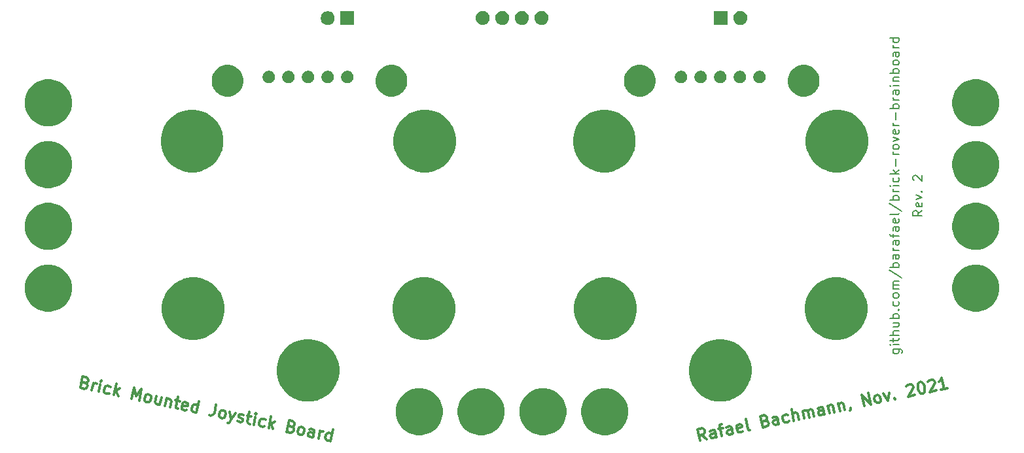
<source format=gts>
G04 #@! TF.GenerationSoftware,KiCad,Pcbnew,5.1.5+dfsg1-2build2*
G04 #@! TF.CreationDate,2021-11-16T19:17:29+01:00*
G04 #@! TF.ProjectId,joystick-board,6a6f7973-7469-4636-9b2d-626f6172642e,rev?*
G04 #@! TF.SameCoordinates,Original*
G04 #@! TF.FileFunction,Soldermask,Top*
G04 #@! TF.FilePolarity,Negative*
%FSLAX46Y46*%
G04 Gerber Fmt 4.6, Leading zero omitted, Abs format (unit mm)*
G04 Created by KiCad (PCBNEW 5.1.5+dfsg1-2build2) date 2021-11-16 19:17:29*
%MOMM*%
%LPD*%
G04 APERTURE LIST*
%ADD10C,0.300000*%
%ADD11C,0.200000*%
%ADD12C,0.100000*%
G04 APERTURE END LIST*
D10*
X153162728Y-120591948D02*
X152525146Y-119997227D01*
X152324316Y-120770158D02*
X152012449Y-119302937D01*
X152571390Y-119184130D01*
X152725976Y-119224296D01*
X152810695Y-119279313D01*
X152910264Y-119404198D01*
X152954817Y-119613801D01*
X152914651Y-119768387D01*
X152859634Y-119853105D01*
X152734749Y-119952675D01*
X152175808Y-120071481D01*
X154420347Y-120324633D02*
X154256988Y-119556089D01*
X154157418Y-119431204D01*
X154002832Y-119391038D01*
X153723361Y-119450442D01*
X153598477Y-119550011D01*
X154405496Y-120254766D02*
X154280611Y-120354335D01*
X153931273Y-120428589D01*
X153776687Y-120388423D01*
X153677117Y-120263539D01*
X153647416Y-120123803D01*
X153687582Y-119969217D01*
X153812466Y-119869648D01*
X154161805Y-119795393D01*
X154286689Y-119695824D01*
X154701509Y-119242530D02*
X155260450Y-119123723D01*
X155119024Y-120176125D02*
X154851709Y-118918507D01*
X154891875Y-118763920D01*
X155016759Y-118664351D01*
X155156495Y-118634649D01*
X156586245Y-119864257D02*
X156422886Y-119095713D01*
X156323317Y-118970828D01*
X156168730Y-118930662D01*
X155889260Y-118990066D01*
X155764375Y-119089635D01*
X156571394Y-119794390D02*
X156446510Y-119893959D01*
X156097171Y-119968213D01*
X155942585Y-119928047D01*
X155843016Y-119803163D01*
X155813314Y-119663427D01*
X155853480Y-119508841D01*
X155978365Y-119409272D01*
X156327703Y-119335018D01*
X156452588Y-119235448D01*
X157829013Y-119527075D02*
X157704128Y-119626644D01*
X157424657Y-119686047D01*
X157270071Y-119645881D01*
X157170502Y-119520997D01*
X157051695Y-118962055D01*
X157091861Y-118807469D01*
X157216746Y-118707900D01*
X157496216Y-118648496D01*
X157650803Y-118688662D01*
X157750372Y-118813547D01*
X157780074Y-118953282D01*
X157111098Y-119241526D01*
X158752143Y-119403882D02*
X158597557Y-119363715D01*
X158497988Y-119238831D01*
X158230673Y-117981213D01*
X160754682Y-118174961D02*
X160979136Y-118200276D01*
X161063855Y-118255293D01*
X161163424Y-118380178D01*
X161207977Y-118589781D01*
X161167811Y-118744367D01*
X161112794Y-118829085D01*
X160987909Y-118928655D01*
X160428968Y-119047461D01*
X160117100Y-117580240D01*
X160606174Y-117476284D01*
X160760760Y-117516450D01*
X160845479Y-117571467D01*
X160945048Y-117696352D01*
X160974750Y-117836087D01*
X160934584Y-117990673D01*
X160879567Y-118075392D01*
X160754682Y-118174961D01*
X160265609Y-118278917D01*
X162524998Y-118601936D02*
X162361639Y-117833392D01*
X162262070Y-117708507D01*
X162107484Y-117668341D01*
X161828013Y-117727745D01*
X161703128Y-117827314D01*
X162510148Y-118532069D02*
X162385263Y-118631638D01*
X162035925Y-118705892D01*
X161881338Y-118665726D01*
X161781769Y-118540842D01*
X161752067Y-118401106D01*
X161792233Y-118246520D01*
X161917118Y-118146951D01*
X162266456Y-118072697D01*
X162391341Y-117973127D01*
X163837634Y-118249903D02*
X163712749Y-118349472D01*
X163433278Y-118408876D01*
X163278692Y-118368710D01*
X163193974Y-118313693D01*
X163094404Y-118188808D01*
X163005299Y-117769602D01*
X163045465Y-117615016D01*
X163100482Y-117530297D01*
X163225367Y-117430728D01*
X163504837Y-117371325D01*
X163659424Y-117411491D01*
X164481294Y-118186113D02*
X164169426Y-116718892D01*
X165110103Y-118052456D02*
X164946744Y-117283911D01*
X164847174Y-117159026D01*
X164692588Y-117118860D01*
X164482985Y-117163413D01*
X164358100Y-117262982D01*
X164303084Y-117347701D01*
X165808780Y-117903947D02*
X165600868Y-116925800D01*
X165630570Y-117065535D02*
X165685586Y-116980816D01*
X165810471Y-116881247D01*
X166020074Y-116836695D01*
X166174660Y-116876861D01*
X166274230Y-117001745D01*
X166437589Y-117770290D01*
X166274230Y-117001745D02*
X166314396Y-116847159D01*
X166439280Y-116747590D01*
X166648883Y-116703037D01*
X166803469Y-116743203D01*
X166903039Y-116868088D01*
X167066398Y-117636632D01*
X168393884Y-117354466D02*
X168230525Y-116585922D01*
X168130955Y-116461037D01*
X167976369Y-116420871D01*
X167696898Y-116480275D01*
X167572014Y-116579844D01*
X168379033Y-117284599D02*
X168254149Y-117384168D01*
X167904810Y-117458422D01*
X167750224Y-117418256D01*
X167650655Y-117293372D01*
X167620953Y-117153636D01*
X167661119Y-116999050D01*
X167786003Y-116899481D01*
X168135342Y-116825226D01*
X168260226Y-116725657D01*
X168884649Y-116227810D02*
X169092561Y-117205958D01*
X168914351Y-116367546D02*
X168969368Y-116282827D01*
X169094252Y-116183258D01*
X169303855Y-116138705D01*
X169458441Y-116178871D01*
X169558011Y-116303756D01*
X169721370Y-117072300D01*
X170212135Y-115945644D02*
X170420047Y-116923792D01*
X170241837Y-116085380D02*
X170296854Y-116000661D01*
X170421738Y-115901092D01*
X170631341Y-115856539D01*
X170785927Y-115896705D01*
X170885497Y-116021590D01*
X171048856Y-116790135D01*
X171802550Y-116556908D02*
X171817401Y-116626775D01*
X171777235Y-116781362D01*
X171722218Y-116866080D01*
X173564093Y-116255504D02*
X173252225Y-114788283D01*
X174402505Y-116077294D01*
X174090637Y-114610073D01*
X175310785Y-115884234D02*
X175156199Y-115844068D01*
X175071480Y-115789051D01*
X174971911Y-115664166D01*
X174882806Y-115244960D01*
X174922972Y-115090374D01*
X174977989Y-115005655D01*
X175102873Y-114906086D01*
X175312476Y-114861533D01*
X175467062Y-114901700D01*
X175551781Y-114956716D01*
X175651350Y-115081601D01*
X175740455Y-115500807D01*
X175700289Y-115655393D01*
X175645272Y-115740112D01*
X175520388Y-115839681D01*
X175310785Y-115884234D01*
X176081021Y-114698174D02*
X176638271Y-115602068D01*
X176779698Y-114549666D01*
X177516849Y-115269271D02*
X177601568Y-115324288D01*
X177546551Y-115409007D01*
X177461832Y-115353990D01*
X177516849Y-115269271D01*
X177546551Y-115409007D01*
X179011077Y-113710250D02*
X179066094Y-113625531D01*
X179190978Y-113525962D01*
X179540317Y-113451708D01*
X179694903Y-113491874D01*
X179779622Y-113546891D01*
X179879191Y-113671775D01*
X179908893Y-113811511D01*
X179883577Y-114035965D01*
X179223375Y-115052587D01*
X180131655Y-114859526D01*
X180728068Y-113199244D02*
X180867803Y-113169542D01*
X181022389Y-113209708D01*
X181107108Y-113264725D01*
X181206677Y-113389609D01*
X181335948Y-113654229D01*
X181410202Y-114003568D01*
X181399738Y-114297889D01*
X181359572Y-114452476D01*
X181304555Y-114537194D01*
X181179670Y-114636763D01*
X181039935Y-114666465D01*
X180885349Y-114626299D01*
X180800630Y-114571282D01*
X180701061Y-114446398D01*
X180571790Y-114181778D01*
X180497536Y-113832439D01*
X180508000Y-113538118D01*
X180548166Y-113383532D01*
X180603183Y-113298813D01*
X180728068Y-113199244D01*
X181805785Y-113116217D02*
X181860801Y-113031498D01*
X181985686Y-112931929D01*
X182335024Y-112857675D01*
X182489611Y-112897841D01*
X182574329Y-112952857D01*
X182673898Y-113077742D01*
X182703600Y-113217477D01*
X182678285Y-113441931D01*
X182018083Y-114458553D01*
X182926363Y-114265493D01*
X184323716Y-113968476D02*
X183485304Y-114146686D01*
X183904510Y-114057581D02*
X183592643Y-112590359D01*
X183497460Y-112829664D01*
X183387426Y-112999101D01*
X183262542Y-113098671D01*
D11*
X181073357Y-90941285D02*
X180501928Y-91341285D01*
X181073357Y-91627000D02*
X179873357Y-91627000D01*
X179873357Y-91169857D01*
X179930500Y-91055571D01*
X179987642Y-90998428D01*
X180101928Y-90941285D01*
X180273357Y-90941285D01*
X180387642Y-90998428D01*
X180444785Y-91055571D01*
X180501928Y-91169857D01*
X180501928Y-91627000D01*
X181016214Y-89969857D02*
X181073357Y-90084142D01*
X181073357Y-90312714D01*
X181016214Y-90427000D01*
X180901928Y-90484142D01*
X180444785Y-90484142D01*
X180330500Y-90427000D01*
X180273357Y-90312714D01*
X180273357Y-90084142D01*
X180330500Y-89969857D01*
X180444785Y-89912714D01*
X180559071Y-89912714D01*
X180673357Y-90484142D01*
X180273357Y-89512714D02*
X181073357Y-89227000D01*
X180273357Y-88941285D01*
X180959071Y-88484142D02*
X181016214Y-88427000D01*
X181073357Y-88484142D01*
X181016214Y-88541285D01*
X180959071Y-88484142D01*
X181073357Y-88484142D01*
X179987642Y-87055571D02*
X179930500Y-86998428D01*
X179873357Y-86884142D01*
X179873357Y-86598428D01*
X179930500Y-86484142D01*
X179987642Y-86427000D01*
X180101928Y-86369857D01*
X180216214Y-86369857D01*
X180387642Y-86427000D01*
X181073357Y-87112714D01*
X181073357Y-86369857D01*
X177288857Y-108912714D02*
X178260285Y-108912714D01*
X178374571Y-108969857D01*
X178431714Y-109027000D01*
X178488857Y-109141285D01*
X178488857Y-109312714D01*
X178431714Y-109427000D01*
X178031714Y-108912714D02*
X178088857Y-109027000D01*
X178088857Y-109255571D01*
X178031714Y-109369857D01*
X177974571Y-109427000D01*
X177860285Y-109484142D01*
X177517428Y-109484142D01*
X177403142Y-109427000D01*
X177346000Y-109369857D01*
X177288857Y-109255571D01*
X177288857Y-109027000D01*
X177346000Y-108912714D01*
X178088857Y-108341285D02*
X177288857Y-108341285D01*
X176888857Y-108341285D02*
X176946000Y-108398428D01*
X177003142Y-108341285D01*
X176946000Y-108284142D01*
X176888857Y-108341285D01*
X177003142Y-108341285D01*
X177288857Y-107941285D02*
X177288857Y-107484142D01*
X176888857Y-107769857D02*
X177917428Y-107769857D01*
X178031714Y-107712714D01*
X178088857Y-107598428D01*
X178088857Y-107484142D01*
X178088857Y-107084142D02*
X176888857Y-107084142D01*
X178088857Y-106569857D02*
X177460285Y-106569857D01*
X177346000Y-106627000D01*
X177288857Y-106741285D01*
X177288857Y-106912714D01*
X177346000Y-107027000D01*
X177403142Y-107084142D01*
X177288857Y-105484142D02*
X178088857Y-105484142D01*
X177288857Y-105998428D02*
X177917428Y-105998428D01*
X178031714Y-105941285D01*
X178088857Y-105827000D01*
X178088857Y-105655571D01*
X178031714Y-105541285D01*
X177974571Y-105484142D01*
X178088857Y-104912714D02*
X176888857Y-104912714D01*
X177346000Y-104912714D02*
X177288857Y-104798428D01*
X177288857Y-104569857D01*
X177346000Y-104455571D01*
X177403142Y-104398428D01*
X177517428Y-104341285D01*
X177860285Y-104341285D01*
X177974571Y-104398428D01*
X178031714Y-104455571D01*
X178088857Y-104569857D01*
X178088857Y-104798428D01*
X178031714Y-104912714D01*
X177974571Y-103827000D02*
X178031714Y-103769857D01*
X178088857Y-103827000D01*
X178031714Y-103884142D01*
X177974571Y-103827000D01*
X178088857Y-103827000D01*
X178031714Y-102741285D02*
X178088857Y-102855571D01*
X178088857Y-103084142D01*
X178031714Y-103198428D01*
X177974571Y-103255571D01*
X177860285Y-103312714D01*
X177517428Y-103312714D01*
X177403142Y-103255571D01*
X177346000Y-103198428D01*
X177288857Y-103084142D01*
X177288857Y-102855571D01*
X177346000Y-102741285D01*
X178088857Y-102055571D02*
X178031714Y-102169857D01*
X177974571Y-102227000D01*
X177860285Y-102284142D01*
X177517428Y-102284142D01*
X177403142Y-102227000D01*
X177346000Y-102169857D01*
X177288857Y-102055571D01*
X177288857Y-101884142D01*
X177346000Y-101769857D01*
X177403142Y-101712714D01*
X177517428Y-101655571D01*
X177860285Y-101655571D01*
X177974571Y-101712714D01*
X178031714Y-101769857D01*
X178088857Y-101884142D01*
X178088857Y-102055571D01*
X178088857Y-101141285D02*
X177288857Y-101141285D01*
X177403142Y-101141285D02*
X177346000Y-101084142D01*
X177288857Y-100969857D01*
X177288857Y-100798428D01*
X177346000Y-100684142D01*
X177460285Y-100627000D01*
X178088857Y-100627000D01*
X177460285Y-100627000D02*
X177346000Y-100569857D01*
X177288857Y-100455571D01*
X177288857Y-100284142D01*
X177346000Y-100169857D01*
X177460285Y-100112714D01*
X178088857Y-100112714D01*
X176831714Y-98684142D02*
X178374571Y-99712714D01*
X178088857Y-98284142D02*
X176888857Y-98284142D01*
X177346000Y-98284142D02*
X177288857Y-98169857D01*
X177288857Y-97941285D01*
X177346000Y-97827000D01*
X177403142Y-97769857D01*
X177517428Y-97712714D01*
X177860285Y-97712714D01*
X177974571Y-97769857D01*
X178031714Y-97827000D01*
X178088857Y-97941285D01*
X178088857Y-98169857D01*
X178031714Y-98284142D01*
X178088857Y-96684142D02*
X177460285Y-96684142D01*
X177346000Y-96741285D01*
X177288857Y-96855571D01*
X177288857Y-97084142D01*
X177346000Y-97198428D01*
X178031714Y-96684142D02*
X178088857Y-96798428D01*
X178088857Y-97084142D01*
X178031714Y-97198428D01*
X177917428Y-97255571D01*
X177803142Y-97255571D01*
X177688857Y-97198428D01*
X177631714Y-97084142D01*
X177631714Y-96798428D01*
X177574571Y-96684142D01*
X178088857Y-96112714D02*
X177288857Y-96112714D01*
X177517428Y-96112714D02*
X177403142Y-96055571D01*
X177346000Y-95998428D01*
X177288857Y-95884142D01*
X177288857Y-95769857D01*
X178088857Y-94855571D02*
X177460285Y-94855571D01*
X177346000Y-94912714D01*
X177288857Y-95027000D01*
X177288857Y-95255571D01*
X177346000Y-95369857D01*
X178031714Y-94855571D02*
X178088857Y-94969857D01*
X178088857Y-95255571D01*
X178031714Y-95369857D01*
X177917428Y-95427000D01*
X177803142Y-95427000D01*
X177688857Y-95369857D01*
X177631714Y-95255571D01*
X177631714Y-94969857D01*
X177574571Y-94855571D01*
X177288857Y-94455571D02*
X177288857Y-93998428D01*
X178088857Y-94284142D02*
X177060285Y-94284142D01*
X176946000Y-94227000D01*
X176888857Y-94112714D01*
X176888857Y-93998428D01*
X178088857Y-93084142D02*
X177460285Y-93084142D01*
X177346000Y-93141285D01*
X177288857Y-93255571D01*
X177288857Y-93484142D01*
X177346000Y-93598428D01*
X178031714Y-93084142D02*
X178088857Y-93198428D01*
X178088857Y-93484142D01*
X178031714Y-93598428D01*
X177917428Y-93655571D01*
X177803142Y-93655571D01*
X177688857Y-93598428D01*
X177631714Y-93484142D01*
X177631714Y-93198428D01*
X177574571Y-93084142D01*
X178031714Y-92055571D02*
X178088857Y-92169857D01*
X178088857Y-92398428D01*
X178031714Y-92512714D01*
X177917428Y-92569857D01*
X177460285Y-92569857D01*
X177346000Y-92512714D01*
X177288857Y-92398428D01*
X177288857Y-92169857D01*
X177346000Y-92055571D01*
X177460285Y-91998428D01*
X177574571Y-91998428D01*
X177688857Y-92569857D01*
X178088857Y-91312714D02*
X178031714Y-91427000D01*
X177917428Y-91484142D01*
X176888857Y-91484142D01*
X176831714Y-89998428D02*
X178374571Y-91027000D01*
X178088857Y-89598428D02*
X176888857Y-89598428D01*
X177346000Y-89598428D02*
X177288857Y-89484142D01*
X177288857Y-89255571D01*
X177346000Y-89141285D01*
X177403142Y-89084142D01*
X177517428Y-89027000D01*
X177860285Y-89027000D01*
X177974571Y-89084142D01*
X178031714Y-89141285D01*
X178088857Y-89255571D01*
X178088857Y-89484142D01*
X178031714Y-89598428D01*
X178088857Y-88512714D02*
X177288857Y-88512714D01*
X177517428Y-88512714D02*
X177403142Y-88455571D01*
X177346000Y-88398428D01*
X177288857Y-88284142D01*
X177288857Y-88169857D01*
X178088857Y-87769857D02*
X177288857Y-87769857D01*
X176888857Y-87769857D02*
X176946000Y-87827000D01*
X177003142Y-87769857D01*
X176946000Y-87712714D01*
X176888857Y-87769857D01*
X177003142Y-87769857D01*
X178031714Y-86684142D02*
X178088857Y-86798428D01*
X178088857Y-87027000D01*
X178031714Y-87141285D01*
X177974571Y-87198428D01*
X177860285Y-87255571D01*
X177517428Y-87255571D01*
X177403142Y-87198428D01*
X177346000Y-87141285D01*
X177288857Y-87027000D01*
X177288857Y-86798428D01*
X177346000Y-86684142D01*
X178088857Y-86169857D02*
X176888857Y-86169857D01*
X177631714Y-86055571D02*
X178088857Y-85712714D01*
X177288857Y-85712714D02*
X177746000Y-86169857D01*
X177631714Y-85198428D02*
X177631714Y-84284142D01*
X178088857Y-83712714D02*
X177288857Y-83712714D01*
X177517428Y-83712714D02*
X177403142Y-83655571D01*
X177346000Y-83598428D01*
X177288857Y-83484142D01*
X177288857Y-83369857D01*
X178088857Y-82798428D02*
X178031714Y-82912714D01*
X177974571Y-82969857D01*
X177860285Y-83027000D01*
X177517428Y-83027000D01*
X177403142Y-82969857D01*
X177346000Y-82912714D01*
X177288857Y-82798428D01*
X177288857Y-82627000D01*
X177346000Y-82512714D01*
X177403142Y-82455571D01*
X177517428Y-82398428D01*
X177860285Y-82398428D01*
X177974571Y-82455571D01*
X178031714Y-82512714D01*
X178088857Y-82627000D01*
X178088857Y-82798428D01*
X177288857Y-81998428D02*
X178088857Y-81712714D01*
X177288857Y-81427000D01*
X178031714Y-80512714D02*
X178088857Y-80627000D01*
X178088857Y-80855571D01*
X178031714Y-80969857D01*
X177917428Y-81027000D01*
X177460285Y-81027000D01*
X177346000Y-80969857D01*
X177288857Y-80855571D01*
X177288857Y-80627000D01*
X177346000Y-80512714D01*
X177460285Y-80455571D01*
X177574571Y-80455571D01*
X177688857Y-81027000D01*
X178088857Y-79941285D02*
X177288857Y-79941285D01*
X177517428Y-79941285D02*
X177403142Y-79884142D01*
X177346000Y-79827000D01*
X177288857Y-79712714D01*
X177288857Y-79598428D01*
X177631714Y-79198428D02*
X177631714Y-78284142D01*
X178088857Y-77712714D02*
X176888857Y-77712714D01*
X177346000Y-77712714D02*
X177288857Y-77598428D01*
X177288857Y-77369857D01*
X177346000Y-77255571D01*
X177403142Y-77198428D01*
X177517428Y-77141285D01*
X177860285Y-77141285D01*
X177974571Y-77198428D01*
X178031714Y-77255571D01*
X178088857Y-77369857D01*
X178088857Y-77598428D01*
X178031714Y-77712714D01*
X178088857Y-76627000D02*
X177288857Y-76627000D01*
X177517428Y-76627000D02*
X177403142Y-76569857D01*
X177346000Y-76512714D01*
X177288857Y-76398428D01*
X177288857Y-76284142D01*
X178088857Y-75369857D02*
X177460285Y-75369857D01*
X177346000Y-75427000D01*
X177288857Y-75541285D01*
X177288857Y-75769857D01*
X177346000Y-75884142D01*
X178031714Y-75369857D02*
X178088857Y-75484142D01*
X178088857Y-75769857D01*
X178031714Y-75884142D01*
X177917428Y-75941285D01*
X177803142Y-75941285D01*
X177688857Y-75884142D01*
X177631714Y-75769857D01*
X177631714Y-75484142D01*
X177574571Y-75369857D01*
X178088857Y-74798428D02*
X177288857Y-74798428D01*
X176888857Y-74798428D02*
X176946000Y-74855571D01*
X177003142Y-74798428D01*
X176946000Y-74741285D01*
X176888857Y-74798428D01*
X177003142Y-74798428D01*
X177288857Y-74227000D02*
X178088857Y-74227000D01*
X177403142Y-74227000D02*
X177346000Y-74169857D01*
X177288857Y-74055571D01*
X177288857Y-73884142D01*
X177346000Y-73769857D01*
X177460285Y-73712714D01*
X178088857Y-73712714D01*
X178088857Y-73141285D02*
X176888857Y-73141285D01*
X177346000Y-73141285D02*
X177288857Y-73027000D01*
X177288857Y-72798428D01*
X177346000Y-72684142D01*
X177403142Y-72627000D01*
X177517428Y-72569857D01*
X177860285Y-72569857D01*
X177974571Y-72627000D01*
X178031714Y-72684142D01*
X178088857Y-72798428D01*
X178088857Y-73027000D01*
X178031714Y-73141285D01*
X178088857Y-71884142D02*
X178031714Y-71998428D01*
X177974571Y-72055571D01*
X177860285Y-72112714D01*
X177517428Y-72112714D01*
X177403142Y-72055571D01*
X177346000Y-71998428D01*
X177288857Y-71884142D01*
X177288857Y-71712714D01*
X177346000Y-71598428D01*
X177403142Y-71541285D01*
X177517428Y-71484142D01*
X177860285Y-71484142D01*
X177974571Y-71541285D01*
X178031714Y-71598428D01*
X178088857Y-71712714D01*
X178088857Y-71884142D01*
X178088857Y-70455571D02*
X177460285Y-70455571D01*
X177346000Y-70512714D01*
X177288857Y-70627000D01*
X177288857Y-70855571D01*
X177346000Y-70969857D01*
X178031714Y-70455571D02*
X178088857Y-70569857D01*
X178088857Y-70855571D01*
X178031714Y-70969857D01*
X177917428Y-71027000D01*
X177803142Y-71027000D01*
X177688857Y-70969857D01*
X177631714Y-70855571D01*
X177631714Y-70569857D01*
X177574571Y-70455571D01*
X178088857Y-69884142D02*
X177288857Y-69884142D01*
X177517428Y-69884142D02*
X177403142Y-69827000D01*
X177346000Y-69769857D01*
X177288857Y-69655571D01*
X177288857Y-69541285D01*
X178088857Y-68627000D02*
X176888857Y-68627000D01*
X178031714Y-68627000D02*
X178088857Y-68741285D01*
X178088857Y-68969857D01*
X178031714Y-69084142D01*
X177974571Y-69141285D01*
X177860285Y-69198428D01*
X177517428Y-69198428D01*
X177403142Y-69141285D01*
X177346000Y-69084142D01*
X177288857Y-68969857D01*
X177288857Y-68741285D01*
X177346000Y-68627000D01*
D10*
X72792480Y-113274186D02*
X72987233Y-113388606D01*
X73042249Y-113473324D01*
X73082415Y-113627910D01*
X73037863Y-113837513D01*
X72938294Y-113962398D01*
X72853575Y-114017415D01*
X72698989Y-114057581D01*
X72140047Y-113938774D01*
X72451915Y-112471553D01*
X72940989Y-112575509D01*
X73065873Y-112675078D01*
X73120890Y-112759797D01*
X73161056Y-112914383D01*
X73131354Y-113054118D01*
X73031785Y-113179003D01*
X72947067Y-113234019D01*
X72792480Y-113274186D01*
X72303406Y-113170230D01*
X73607269Y-114250642D02*
X73815180Y-113272494D01*
X73755777Y-113551965D02*
X73855346Y-113427080D01*
X73940065Y-113372063D01*
X74094651Y-113331897D01*
X74234387Y-113361599D01*
X74515549Y-114443703D02*
X74723460Y-113465555D01*
X74827416Y-112976481D02*
X74742698Y-113031498D01*
X74797714Y-113116217D01*
X74882433Y-113061200D01*
X74827416Y-112976481D01*
X74797714Y-113116217D01*
X75857885Y-114656001D02*
X75703299Y-114696167D01*
X75423829Y-114636763D01*
X75298944Y-114537194D01*
X75243927Y-114452476D01*
X75203761Y-114297889D01*
X75292866Y-113878683D01*
X75392436Y-113753799D01*
X75477154Y-113698782D01*
X75631740Y-113658616D01*
X75911211Y-113718019D01*
X76036096Y-113817589D01*
X76471844Y-114859526D02*
X76783711Y-113392305D01*
X76730386Y-114330286D02*
X77030785Y-114978333D01*
X77238697Y-114000185D02*
X76560949Y-114440320D01*
X78777477Y-115349604D02*
X79089345Y-113882382D01*
X79355656Y-115034353D01*
X80067493Y-114090294D01*
X79755625Y-115557515D01*
X80663905Y-115750576D02*
X80539020Y-115651007D01*
X80484004Y-115566288D01*
X80443838Y-115411702D01*
X80532943Y-114992496D01*
X80632512Y-114867611D01*
X80717230Y-114812594D01*
X80871817Y-114772428D01*
X81081420Y-114816981D01*
X81206304Y-114916550D01*
X81261321Y-115001269D01*
X81301487Y-115155855D01*
X81212382Y-115575061D01*
X81112813Y-115699946D01*
X81028094Y-115754963D01*
X80873508Y-115795129D01*
X80663905Y-115750576D01*
X82618509Y-115143699D02*
X82410597Y-116121847D01*
X81989700Y-115010042D02*
X81826340Y-115778586D01*
X81866506Y-115933173D01*
X81991391Y-116032742D01*
X82200994Y-116077294D01*
X82355580Y-116037128D01*
X82440299Y-115982112D01*
X83317186Y-115292208D02*
X83109274Y-116270355D01*
X83287484Y-115431943D02*
X83372203Y-115376926D01*
X83526789Y-115336760D01*
X83736392Y-115381313D01*
X83861276Y-115480882D01*
X83901442Y-115635468D01*
X83738083Y-116404013D01*
X84435069Y-115529821D02*
X84994010Y-115648628D01*
X84748628Y-115085300D02*
X84481313Y-116342918D01*
X84521479Y-116497504D01*
X84646363Y-116597074D01*
X84786098Y-116626775D01*
X85848965Y-116779670D02*
X85694378Y-116819836D01*
X85414908Y-116760433D01*
X85290023Y-116660864D01*
X85249857Y-116506277D01*
X85368664Y-115947336D01*
X85468233Y-115822451D01*
X85622819Y-115782285D01*
X85902290Y-115841689D01*
X86027175Y-115941258D01*
X86067341Y-116095844D01*
X86037639Y-116235580D01*
X85309260Y-116226807D01*
X87161600Y-117131704D02*
X87473467Y-115664482D01*
X87176451Y-117061836D02*
X87021864Y-117102002D01*
X86742394Y-117042599D01*
X86617509Y-116943029D01*
X86562492Y-116858311D01*
X86522326Y-116703725D01*
X86611431Y-116284519D01*
X86711001Y-116159634D01*
X86795719Y-116104617D01*
X86950305Y-116064451D01*
X87229776Y-116123854D01*
X87354661Y-116223424D01*
X89709233Y-116139709D02*
X89486471Y-117187724D01*
X89372051Y-117382477D01*
X89202613Y-117492510D01*
X88978160Y-117517825D01*
X88838424Y-117488124D01*
X90305646Y-117799991D02*
X90180761Y-117700422D01*
X90125744Y-117615703D01*
X90085578Y-117461117D01*
X90174683Y-117041911D01*
X90274253Y-116917027D01*
X90358971Y-116862010D01*
X90513557Y-116821844D01*
X90723160Y-116866396D01*
X90848045Y-116965966D01*
X90903062Y-117050684D01*
X90943228Y-117205270D01*
X90854123Y-117624476D01*
X90754553Y-117749361D01*
X90669835Y-117804378D01*
X90515249Y-117844544D01*
X90305646Y-117799991D01*
X91491705Y-117029755D02*
X91633132Y-118082157D01*
X92190382Y-117178264D02*
X91633132Y-118082157D01*
X91419142Y-118401794D01*
X91334424Y-118456811D01*
X91179837Y-118496977D01*
X92486395Y-118190500D02*
X92611279Y-118290069D01*
X92890750Y-118349472D01*
X93045336Y-118309306D01*
X93144906Y-118184422D01*
X93159756Y-118114554D01*
X93119590Y-117959968D01*
X92994706Y-117860398D01*
X92785103Y-117815846D01*
X92660218Y-117716277D01*
X92620052Y-117561690D01*
X92634903Y-117491823D01*
X92734472Y-117366938D01*
X92889059Y-117326772D01*
X93098662Y-117371325D01*
X93223546Y-117470894D01*
X93727471Y-117504982D02*
X94286412Y-117623789D01*
X94041030Y-117060461D02*
X93773715Y-118318079D01*
X93813881Y-118472665D01*
X93938765Y-118572235D01*
X94078501Y-118601936D01*
X94567574Y-118705892D02*
X94775486Y-117727745D01*
X94879442Y-117238671D02*
X94794723Y-117293688D01*
X94849740Y-117378406D01*
X94934459Y-117323389D01*
X94879442Y-117238671D01*
X94849740Y-117378406D01*
X95909911Y-118918190D02*
X95755325Y-118958356D01*
X95475854Y-118898953D01*
X95350970Y-118799384D01*
X95295953Y-118714665D01*
X95255787Y-118560079D01*
X95344892Y-118140873D01*
X95444461Y-118015988D01*
X95529180Y-117960972D01*
X95683766Y-117920806D01*
X95963237Y-117980209D01*
X96088121Y-118079778D01*
X96523870Y-119121716D02*
X96835737Y-117654494D01*
X96782412Y-118592476D02*
X97082811Y-119240522D01*
X97290723Y-118262375D02*
X96612975Y-118702510D01*
X99481936Y-118947204D02*
X99676688Y-119061625D01*
X99731705Y-119146343D01*
X99771871Y-119300929D01*
X99727319Y-119510532D01*
X99627749Y-119635417D01*
X99543031Y-119690434D01*
X99388445Y-119730600D01*
X98829503Y-119611793D01*
X99141371Y-118144572D01*
X99630445Y-118248528D01*
X99755329Y-118348097D01*
X99810346Y-118432816D01*
X99850512Y-118587402D01*
X99820810Y-118727137D01*
X99721241Y-118852022D01*
X99636522Y-118907038D01*
X99481936Y-118947204D01*
X98992862Y-118843249D01*
X100506328Y-119968213D02*
X100381443Y-119868644D01*
X100326426Y-119783925D01*
X100286260Y-119629339D01*
X100375365Y-119210133D01*
X100474935Y-119085248D01*
X100559653Y-119030232D01*
X100714239Y-118990066D01*
X100923842Y-119034618D01*
X101048727Y-119134187D01*
X101103744Y-119218906D01*
X101143910Y-119373492D01*
X101054805Y-119792698D01*
X100955236Y-119917583D01*
X100870517Y-119972600D01*
X100715931Y-120012766D01*
X100506328Y-119968213D01*
X102253020Y-120339484D02*
X102416379Y-119570940D01*
X102376213Y-119416353D01*
X102251329Y-119316784D01*
X101971858Y-119257381D01*
X101817272Y-119297547D01*
X102267871Y-120269616D02*
X102113285Y-120309782D01*
X101763946Y-120235528D01*
X101639062Y-120135959D01*
X101598896Y-119981373D01*
X101628597Y-119841637D01*
X101728167Y-119716753D01*
X101882753Y-119676587D01*
X102232091Y-119750841D01*
X102386677Y-119710675D01*
X102951697Y-120487992D02*
X103159608Y-119509845D01*
X103100205Y-119789316D02*
X103199774Y-119664431D01*
X103284493Y-119609414D01*
X103439079Y-119569248D01*
X103578815Y-119598950D01*
X104488786Y-120814711D02*
X104800653Y-119347489D01*
X104503637Y-120744843D02*
X104349050Y-120785009D01*
X104069580Y-120725606D01*
X103944695Y-120626036D01*
X103889678Y-120541318D01*
X103849512Y-120386732D01*
X103938617Y-119967526D01*
X104038187Y-119842641D01*
X104122905Y-119787624D01*
X104277491Y-119747458D01*
X104556962Y-119806862D01*
X104681847Y-119906431D01*
D12*
G36*
X124889943Y-114066248D02*
G01*
X125445189Y-114296238D01*
X125445190Y-114296239D01*
X125944899Y-114630134D01*
X126369866Y-115055101D01*
X126369867Y-115055103D01*
X126703762Y-115554811D01*
X126933752Y-116110057D01*
X127051000Y-116699501D01*
X127051000Y-117300499D01*
X126933752Y-117889943D01*
X126703762Y-118445189D01*
X126703761Y-118445190D01*
X126369866Y-118944899D01*
X125944899Y-119369866D01*
X125693347Y-119537948D01*
X125445189Y-119703762D01*
X124889943Y-119933752D01*
X124300499Y-120051000D01*
X123699501Y-120051000D01*
X123110057Y-119933752D01*
X122554811Y-119703762D01*
X122306653Y-119537948D01*
X122055101Y-119369866D01*
X121630134Y-118944899D01*
X121296239Y-118445190D01*
X121296238Y-118445189D01*
X121066248Y-117889943D01*
X120949000Y-117300499D01*
X120949000Y-116699501D01*
X121066248Y-116110057D01*
X121296238Y-115554811D01*
X121630133Y-115055103D01*
X121630134Y-115055101D01*
X122055101Y-114630134D01*
X122554810Y-114296239D01*
X122554811Y-114296238D01*
X123110057Y-114066248D01*
X123699501Y-113949000D01*
X124300499Y-113949000D01*
X124889943Y-114066248D01*
G37*
G36*
X116889943Y-114066248D02*
G01*
X117445189Y-114296238D01*
X117445190Y-114296239D01*
X117944899Y-114630134D01*
X118369866Y-115055101D01*
X118369867Y-115055103D01*
X118703762Y-115554811D01*
X118933752Y-116110057D01*
X119051000Y-116699501D01*
X119051000Y-117300499D01*
X118933752Y-117889943D01*
X118703762Y-118445189D01*
X118703761Y-118445190D01*
X118369866Y-118944899D01*
X117944899Y-119369866D01*
X117693347Y-119537948D01*
X117445189Y-119703762D01*
X116889943Y-119933752D01*
X116300499Y-120051000D01*
X115699501Y-120051000D01*
X115110057Y-119933752D01*
X114554811Y-119703762D01*
X114306653Y-119537948D01*
X114055101Y-119369866D01*
X113630134Y-118944899D01*
X113296239Y-118445190D01*
X113296238Y-118445189D01*
X113066248Y-117889943D01*
X112949000Y-117300499D01*
X112949000Y-116699501D01*
X113066248Y-116110057D01*
X113296238Y-115554811D01*
X113630133Y-115055103D01*
X113630134Y-115055101D01*
X114055101Y-114630134D01*
X114554810Y-114296239D01*
X114554811Y-114296238D01*
X115110057Y-114066248D01*
X115699501Y-113949000D01*
X116300499Y-113949000D01*
X116889943Y-114066248D01*
G37*
G36*
X140889943Y-114066248D02*
G01*
X141445189Y-114296238D01*
X141445190Y-114296239D01*
X141944899Y-114630134D01*
X142369866Y-115055101D01*
X142369867Y-115055103D01*
X142703762Y-115554811D01*
X142933752Y-116110057D01*
X143051000Y-116699501D01*
X143051000Y-117300499D01*
X142933752Y-117889943D01*
X142703762Y-118445189D01*
X142703761Y-118445190D01*
X142369866Y-118944899D01*
X141944899Y-119369866D01*
X141693347Y-119537948D01*
X141445189Y-119703762D01*
X140889943Y-119933752D01*
X140300499Y-120051000D01*
X139699501Y-120051000D01*
X139110057Y-119933752D01*
X138554811Y-119703762D01*
X138306653Y-119537948D01*
X138055101Y-119369866D01*
X137630134Y-118944899D01*
X137296239Y-118445190D01*
X137296238Y-118445189D01*
X137066248Y-117889943D01*
X136949000Y-117300499D01*
X136949000Y-116699501D01*
X137066248Y-116110057D01*
X137296238Y-115554811D01*
X137630133Y-115055103D01*
X137630134Y-115055101D01*
X138055101Y-114630134D01*
X138554810Y-114296239D01*
X138554811Y-114296238D01*
X139110057Y-114066248D01*
X139699501Y-113949000D01*
X140300499Y-113949000D01*
X140889943Y-114066248D01*
G37*
G36*
X132889943Y-114066248D02*
G01*
X133445189Y-114296238D01*
X133445190Y-114296239D01*
X133944899Y-114630134D01*
X134369866Y-115055101D01*
X134369867Y-115055103D01*
X134703762Y-115554811D01*
X134933752Y-116110057D01*
X135051000Y-116699501D01*
X135051000Y-117300499D01*
X134933752Y-117889943D01*
X134703762Y-118445189D01*
X134703761Y-118445190D01*
X134369866Y-118944899D01*
X133944899Y-119369866D01*
X133693347Y-119537948D01*
X133445189Y-119703762D01*
X132889943Y-119933752D01*
X132300499Y-120051000D01*
X131699501Y-120051000D01*
X131110057Y-119933752D01*
X130554811Y-119703762D01*
X130306653Y-119537948D01*
X130055101Y-119369866D01*
X129630134Y-118944899D01*
X129296239Y-118445190D01*
X129296238Y-118445189D01*
X129066248Y-117889943D01*
X128949000Y-117300499D01*
X128949000Y-116699501D01*
X129066248Y-116110057D01*
X129296238Y-115554811D01*
X129630133Y-115055103D01*
X129630134Y-115055101D01*
X130055101Y-114630134D01*
X130554810Y-114296239D01*
X130554811Y-114296238D01*
X131110057Y-114066248D01*
X131699501Y-113949000D01*
X132300499Y-113949000D01*
X132889943Y-114066248D01*
G37*
G36*
X156121632Y-107764677D02*
G01*
X156427005Y-107891167D01*
X156858868Y-108070050D01*
X157522362Y-108513383D01*
X158086617Y-109077638D01*
X158529950Y-109741132D01*
X158708833Y-110172995D01*
X158835323Y-110478368D01*
X158991000Y-111261010D01*
X158991000Y-112058990D01*
X158835323Y-112841632D01*
X158708833Y-113147005D01*
X158529950Y-113578868D01*
X158086617Y-114242362D01*
X157522362Y-114806617D01*
X156858868Y-115249950D01*
X156427005Y-115428833D01*
X156121632Y-115555323D01*
X155338990Y-115711000D01*
X154541010Y-115711000D01*
X153758368Y-115555323D01*
X153452995Y-115428833D01*
X153021132Y-115249950D01*
X152357638Y-114806617D01*
X151793383Y-114242362D01*
X151350050Y-113578868D01*
X151171167Y-113147005D01*
X151044677Y-112841632D01*
X150889000Y-112058990D01*
X150889000Y-111261010D01*
X151044677Y-110478368D01*
X151171167Y-110172995D01*
X151350050Y-109741132D01*
X151793383Y-109077638D01*
X152357638Y-108513383D01*
X153021132Y-108070050D01*
X153452995Y-107891167D01*
X153758368Y-107764677D01*
X154541010Y-107609000D01*
X155338990Y-107609000D01*
X156121632Y-107764677D01*
G37*
G36*
X102781632Y-107764677D02*
G01*
X103087005Y-107891167D01*
X103518868Y-108070050D01*
X104182362Y-108513383D01*
X104746617Y-109077638D01*
X105189950Y-109741132D01*
X105368833Y-110172995D01*
X105495323Y-110478368D01*
X105651000Y-111261010D01*
X105651000Y-112058990D01*
X105495323Y-112841632D01*
X105368833Y-113147005D01*
X105189950Y-113578868D01*
X104746617Y-114242362D01*
X104182362Y-114806617D01*
X103518868Y-115249950D01*
X103087005Y-115428833D01*
X102781632Y-115555323D01*
X101998990Y-115711000D01*
X101201010Y-115711000D01*
X100418368Y-115555323D01*
X100112995Y-115428833D01*
X99681132Y-115249950D01*
X99017638Y-114806617D01*
X98453383Y-114242362D01*
X98010050Y-113578868D01*
X97831167Y-113147005D01*
X97704677Y-112841632D01*
X97549000Y-112058990D01*
X97549000Y-111261010D01*
X97704677Y-110478368D01*
X97831167Y-110172995D01*
X98010050Y-109741132D01*
X98453383Y-109077638D01*
X99017638Y-108513383D01*
X99681132Y-108070050D01*
X100112995Y-107891167D01*
X100418368Y-107764677D01*
X101201010Y-107609000D01*
X101998990Y-107609000D01*
X102781632Y-107764677D01*
G37*
G36*
X141262632Y-99764677D02*
G01*
X141568005Y-99891167D01*
X141999868Y-100070050D01*
X142663362Y-100513383D01*
X143227617Y-101077638D01*
X143670950Y-101741132D01*
X143849833Y-102172995D01*
X143976323Y-102478368D01*
X144132000Y-103261010D01*
X144132000Y-104058990D01*
X143976323Y-104841632D01*
X143849833Y-105147005D01*
X143670950Y-105578868D01*
X143227617Y-106242362D01*
X142663362Y-106806617D01*
X141999868Y-107249950D01*
X141568005Y-107428833D01*
X141262632Y-107555323D01*
X140479990Y-107711000D01*
X139682010Y-107711000D01*
X138899368Y-107555323D01*
X138593995Y-107428833D01*
X138162132Y-107249950D01*
X137498638Y-106806617D01*
X136934383Y-106242362D01*
X136491050Y-105578868D01*
X136312167Y-105147005D01*
X136185677Y-104841632D01*
X136030000Y-104058990D01*
X136030000Y-103261010D01*
X136185677Y-102478368D01*
X136312167Y-102172995D01*
X136491050Y-101741132D01*
X136934383Y-101077638D01*
X137498638Y-100513383D01*
X138162132Y-100070050D01*
X138593995Y-99891167D01*
X138899368Y-99764677D01*
X139682010Y-99609000D01*
X140479990Y-99609000D01*
X141262632Y-99764677D01*
G37*
G36*
X117781632Y-99764677D02*
G01*
X118087005Y-99891167D01*
X118518868Y-100070050D01*
X119182362Y-100513383D01*
X119746617Y-101077638D01*
X120189950Y-101741132D01*
X120368833Y-102172995D01*
X120495323Y-102478368D01*
X120651000Y-103261010D01*
X120651000Y-104058990D01*
X120495323Y-104841632D01*
X120368833Y-105147005D01*
X120189950Y-105578868D01*
X119746617Y-106242362D01*
X119182362Y-106806617D01*
X118518868Y-107249950D01*
X118087005Y-107428833D01*
X117781632Y-107555323D01*
X116998990Y-107711000D01*
X116201010Y-107711000D01*
X115418368Y-107555323D01*
X115112995Y-107428833D01*
X114681132Y-107249950D01*
X114017638Y-106806617D01*
X113453383Y-106242362D01*
X113010050Y-105578868D01*
X112831167Y-105147005D01*
X112704677Y-104841632D01*
X112549000Y-104058990D01*
X112549000Y-103261010D01*
X112704677Y-102478368D01*
X112831167Y-102172995D01*
X113010050Y-101741132D01*
X113453383Y-101077638D01*
X114017638Y-100513383D01*
X114681132Y-100070050D01*
X115112995Y-99891167D01*
X115418368Y-99764677D01*
X116201010Y-99609000D01*
X116998990Y-99609000D01*
X117781632Y-99764677D01*
G37*
G36*
X87922632Y-99764677D02*
G01*
X88228005Y-99891167D01*
X88659868Y-100070050D01*
X89323362Y-100513383D01*
X89887617Y-101077638D01*
X90330950Y-101741132D01*
X90509833Y-102172995D01*
X90636323Y-102478368D01*
X90792000Y-103261010D01*
X90792000Y-104058990D01*
X90636323Y-104841632D01*
X90509833Y-105147005D01*
X90330950Y-105578868D01*
X89887617Y-106242362D01*
X89323362Y-106806617D01*
X88659868Y-107249950D01*
X88228005Y-107428833D01*
X87922632Y-107555323D01*
X87139990Y-107711000D01*
X86342010Y-107711000D01*
X85559368Y-107555323D01*
X85253995Y-107428833D01*
X84822132Y-107249950D01*
X84158638Y-106806617D01*
X83594383Y-106242362D01*
X83151050Y-105578868D01*
X82972167Y-105147005D01*
X82845677Y-104841632D01*
X82690000Y-104058990D01*
X82690000Y-103261010D01*
X82845677Y-102478368D01*
X82972167Y-102172995D01*
X83151050Y-101741132D01*
X83594383Y-101077638D01*
X84158638Y-100513383D01*
X84822132Y-100070050D01*
X85253995Y-99891167D01*
X85559368Y-99764677D01*
X86342010Y-99609000D01*
X87139990Y-99609000D01*
X87922632Y-99764677D01*
G37*
G36*
X171121632Y-99764677D02*
G01*
X171427005Y-99891167D01*
X171858868Y-100070050D01*
X172522362Y-100513383D01*
X173086617Y-101077638D01*
X173529950Y-101741132D01*
X173708833Y-102172995D01*
X173835323Y-102478368D01*
X173991000Y-103261010D01*
X173991000Y-104058990D01*
X173835323Y-104841632D01*
X173708833Y-105147005D01*
X173529950Y-105578868D01*
X173086617Y-106242362D01*
X172522362Y-106806617D01*
X171858868Y-107249950D01*
X171427005Y-107428833D01*
X171121632Y-107555323D01*
X170338990Y-107711000D01*
X169541010Y-107711000D01*
X168758368Y-107555323D01*
X168452995Y-107428833D01*
X168021132Y-107249950D01*
X167357638Y-106806617D01*
X166793383Y-106242362D01*
X166350050Y-105578868D01*
X166171167Y-105147005D01*
X166044677Y-104841632D01*
X165889000Y-104058990D01*
X165889000Y-103261010D01*
X166044677Y-102478368D01*
X166171167Y-102172995D01*
X166350050Y-101741132D01*
X166793383Y-101077638D01*
X167357638Y-100513383D01*
X168021132Y-100070050D01*
X168452995Y-99891167D01*
X168758368Y-99764677D01*
X169541010Y-99609000D01*
X170338990Y-99609000D01*
X171121632Y-99764677D01*
G37*
G36*
X68889943Y-98066248D02*
G01*
X69445189Y-98296238D01*
X69445190Y-98296239D01*
X69944899Y-98630134D01*
X70369866Y-99055101D01*
X70369867Y-99055103D01*
X70703762Y-99554811D01*
X70933752Y-100110057D01*
X71051000Y-100699501D01*
X71051000Y-101300499D01*
X70933752Y-101889943D01*
X70703762Y-102445189D01*
X70703761Y-102445190D01*
X70369866Y-102944899D01*
X69944899Y-103369866D01*
X69693347Y-103537948D01*
X69445189Y-103703762D01*
X68889943Y-103933752D01*
X68300499Y-104051000D01*
X67699501Y-104051000D01*
X67110057Y-103933752D01*
X66554811Y-103703762D01*
X66306653Y-103537948D01*
X66055101Y-103369866D01*
X65630134Y-102944899D01*
X65296239Y-102445190D01*
X65296238Y-102445189D01*
X65066248Y-101889943D01*
X64949000Y-101300499D01*
X64949000Y-100699501D01*
X65066248Y-100110057D01*
X65296238Y-99554811D01*
X65630133Y-99055103D01*
X65630134Y-99055101D01*
X66055101Y-98630134D01*
X66554810Y-98296239D01*
X66554811Y-98296238D01*
X67110057Y-98066248D01*
X67699501Y-97949000D01*
X68300499Y-97949000D01*
X68889943Y-98066248D01*
G37*
G36*
X188889943Y-98066248D02*
G01*
X189445189Y-98296238D01*
X189445190Y-98296239D01*
X189944899Y-98630134D01*
X190369866Y-99055101D01*
X190369867Y-99055103D01*
X190703762Y-99554811D01*
X190933752Y-100110057D01*
X191051000Y-100699501D01*
X191051000Y-101300499D01*
X190933752Y-101889943D01*
X190703762Y-102445189D01*
X190703761Y-102445190D01*
X190369866Y-102944899D01*
X189944899Y-103369866D01*
X189693347Y-103537948D01*
X189445189Y-103703762D01*
X188889943Y-103933752D01*
X188300499Y-104051000D01*
X187699501Y-104051000D01*
X187110057Y-103933752D01*
X186554811Y-103703762D01*
X186306653Y-103537948D01*
X186055101Y-103369866D01*
X185630134Y-102944899D01*
X185296239Y-102445190D01*
X185296238Y-102445189D01*
X185066248Y-101889943D01*
X184949000Y-101300499D01*
X184949000Y-100699501D01*
X185066248Y-100110057D01*
X185296238Y-99554811D01*
X185630133Y-99055103D01*
X185630134Y-99055101D01*
X186055101Y-98630134D01*
X186554810Y-98296239D01*
X186554811Y-98296238D01*
X187110057Y-98066248D01*
X187699501Y-97949000D01*
X188300499Y-97949000D01*
X188889943Y-98066248D01*
G37*
G36*
X68889943Y-90066248D02*
G01*
X69445189Y-90296238D01*
X69445190Y-90296239D01*
X69944899Y-90630134D01*
X70369866Y-91055101D01*
X70369867Y-91055103D01*
X70703762Y-91554811D01*
X70933752Y-92110057D01*
X71051000Y-92699501D01*
X71051000Y-93300499D01*
X70933752Y-93889943D01*
X70703762Y-94445189D01*
X70703761Y-94445190D01*
X70369866Y-94944899D01*
X69944899Y-95369866D01*
X69693347Y-95537948D01*
X69445189Y-95703762D01*
X68889943Y-95933752D01*
X68300499Y-96051000D01*
X67699501Y-96051000D01*
X67110057Y-95933752D01*
X66554811Y-95703762D01*
X66306653Y-95537948D01*
X66055101Y-95369866D01*
X65630134Y-94944899D01*
X65296239Y-94445190D01*
X65296238Y-94445189D01*
X65066248Y-93889943D01*
X64949000Y-93300499D01*
X64949000Y-92699501D01*
X65066248Y-92110057D01*
X65296238Y-91554811D01*
X65630133Y-91055103D01*
X65630134Y-91055101D01*
X66055101Y-90630134D01*
X66554810Y-90296239D01*
X66554811Y-90296238D01*
X67110057Y-90066248D01*
X67699501Y-89949000D01*
X68300499Y-89949000D01*
X68889943Y-90066248D01*
G37*
G36*
X188889943Y-90066248D02*
G01*
X189445189Y-90296238D01*
X189445190Y-90296239D01*
X189944899Y-90630134D01*
X190369866Y-91055101D01*
X190369867Y-91055103D01*
X190703762Y-91554811D01*
X190933752Y-92110057D01*
X191051000Y-92699501D01*
X191051000Y-93300499D01*
X190933752Y-93889943D01*
X190703762Y-94445189D01*
X190703761Y-94445190D01*
X190369866Y-94944899D01*
X189944899Y-95369866D01*
X189693347Y-95537948D01*
X189445189Y-95703762D01*
X188889943Y-95933752D01*
X188300499Y-96051000D01*
X187699501Y-96051000D01*
X187110057Y-95933752D01*
X186554811Y-95703762D01*
X186306653Y-95537948D01*
X186055101Y-95369866D01*
X185630134Y-94944899D01*
X185296239Y-94445190D01*
X185296238Y-94445189D01*
X185066248Y-93889943D01*
X184949000Y-93300499D01*
X184949000Y-92699501D01*
X185066248Y-92110057D01*
X185296238Y-91554811D01*
X185630133Y-91055103D01*
X185630134Y-91055101D01*
X186055101Y-90630134D01*
X186554810Y-90296239D01*
X186554811Y-90296238D01*
X187110057Y-90066248D01*
X187699501Y-89949000D01*
X188300499Y-89949000D01*
X188889943Y-90066248D01*
G37*
G36*
X68889943Y-82066248D02*
G01*
X69445189Y-82296238D01*
X69693347Y-82462052D01*
X69944899Y-82630134D01*
X70369866Y-83055101D01*
X70369867Y-83055103D01*
X70703762Y-83554811D01*
X70933752Y-84110057D01*
X71051000Y-84699501D01*
X71051000Y-85300499D01*
X70933752Y-85889943D01*
X70703762Y-86445189D01*
X70703761Y-86445190D01*
X70369866Y-86944899D01*
X69944899Y-87369866D01*
X69693347Y-87537948D01*
X69445189Y-87703762D01*
X68889943Y-87933752D01*
X68300499Y-88051000D01*
X67699501Y-88051000D01*
X67110057Y-87933752D01*
X66554811Y-87703762D01*
X66306653Y-87537948D01*
X66055101Y-87369866D01*
X65630134Y-86944899D01*
X65296239Y-86445190D01*
X65296238Y-86445189D01*
X65066248Y-85889943D01*
X64949000Y-85300499D01*
X64949000Y-84699501D01*
X65066248Y-84110057D01*
X65296238Y-83554811D01*
X65630133Y-83055103D01*
X65630134Y-83055101D01*
X66055101Y-82630134D01*
X66306653Y-82462052D01*
X66554811Y-82296238D01*
X67110057Y-82066248D01*
X67699501Y-81949000D01*
X68300499Y-81949000D01*
X68889943Y-82066248D01*
G37*
G36*
X188889943Y-82066248D02*
G01*
X189445189Y-82296238D01*
X189693347Y-82462052D01*
X189944899Y-82630134D01*
X190369866Y-83055101D01*
X190369867Y-83055103D01*
X190703762Y-83554811D01*
X190933752Y-84110057D01*
X191051000Y-84699501D01*
X191051000Y-85300499D01*
X190933752Y-85889943D01*
X190703762Y-86445189D01*
X190703761Y-86445190D01*
X190369866Y-86944899D01*
X189944899Y-87369866D01*
X189693347Y-87537948D01*
X189445189Y-87703762D01*
X188889943Y-87933752D01*
X188300499Y-88051000D01*
X187699501Y-88051000D01*
X187110057Y-87933752D01*
X186554811Y-87703762D01*
X186306653Y-87537948D01*
X186055101Y-87369866D01*
X185630134Y-86944899D01*
X185296239Y-86445190D01*
X185296238Y-86445189D01*
X185066248Y-85889943D01*
X184949000Y-85300499D01*
X184949000Y-84699501D01*
X185066248Y-84110057D01*
X185296238Y-83554811D01*
X185630133Y-83055103D01*
X185630134Y-83055101D01*
X186055101Y-82630134D01*
X186306653Y-82462052D01*
X186554811Y-82296238D01*
X187110057Y-82066248D01*
X187699501Y-81949000D01*
X188300499Y-81949000D01*
X188889943Y-82066248D01*
G37*
G36*
X171221632Y-78064677D02*
G01*
X171527005Y-78191167D01*
X171958868Y-78370050D01*
X172622362Y-78813383D01*
X173186617Y-79377638D01*
X173629950Y-80041132D01*
X173634037Y-80051000D01*
X173935323Y-80778368D01*
X174091000Y-81561010D01*
X174091000Y-82358990D01*
X173935323Y-83141632D01*
X173808833Y-83447005D01*
X173629950Y-83878868D01*
X173186617Y-84542362D01*
X172622362Y-85106617D01*
X171958868Y-85549950D01*
X171527005Y-85728833D01*
X171221632Y-85855323D01*
X170438990Y-86011000D01*
X169641010Y-86011000D01*
X168858368Y-85855323D01*
X168552995Y-85728833D01*
X168121132Y-85549950D01*
X167457638Y-85106617D01*
X166893383Y-84542362D01*
X166450050Y-83878868D01*
X166271167Y-83447005D01*
X166144677Y-83141632D01*
X165989000Y-82358990D01*
X165989000Y-81561010D01*
X166144677Y-80778368D01*
X166445963Y-80051000D01*
X166450050Y-80041132D01*
X166893383Y-79377638D01*
X167457638Y-78813383D01*
X168121132Y-78370050D01*
X168552995Y-78191167D01*
X168858368Y-78064677D01*
X169641010Y-77909000D01*
X170438990Y-77909000D01*
X171221632Y-78064677D01*
G37*
G36*
X141121632Y-78064677D02*
G01*
X141427005Y-78191167D01*
X141858868Y-78370050D01*
X142522362Y-78813383D01*
X143086617Y-79377638D01*
X143529950Y-80041132D01*
X143534037Y-80051000D01*
X143835323Y-80778368D01*
X143991000Y-81561010D01*
X143991000Y-82358990D01*
X143835323Y-83141632D01*
X143708833Y-83447005D01*
X143529950Y-83878868D01*
X143086617Y-84542362D01*
X142522362Y-85106617D01*
X141858868Y-85549950D01*
X141427005Y-85728833D01*
X141121632Y-85855323D01*
X140338990Y-86011000D01*
X139541010Y-86011000D01*
X138758368Y-85855323D01*
X138452995Y-85728833D01*
X138021132Y-85549950D01*
X137357638Y-85106617D01*
X136793383Y-84542362D01*
X136350050Y-83878868D01*
X136171167Y-83447005D01*
X136044677Y-83141632D01*
X135889000Y-82358990D01*
X135889000Y-81561010D01*
X136044677Y-80778368D01*
X136345963Y-80051000D01*
X136350050Y-80041132D01*
X136793383Y-79377638D01*
X137357638Y-78813383D01*
X138021132Y-78370050D01*
X138452995Y-78191167D01*
X138758368Y-78064677D01*
X139541010Y-77909000D01*
X140338990Y-77909000D01*
X141121632Y-78064677D01*
G37*
G36*
X117881632Y-78064677D02*
G01*
X118187005Y-78191167D01*
X118618868Y-78370050D01*
X119282362Y-78813383D01*
X119846617Y-79377638D01*
X120289950Y-80041132D01*
X120294037Y-80051000D01*
X120595323Y-80778368D01*
X120751000Y-81561010D01*
X120751000Y-82358990D01*
X120595323Y-83141632D01*
X120468833Y-83447005D01*
X120289950Y-83878868D01*
X119846617Y-84542362D01*
X119282362Y-85106617D01*
X118618868Y-85549950D01*
X118187005Y-85728833D01*
X117881632Y-85855323D01*
X117098990Y-86011000D01*
X116301010Y-86011000D01*
X115518368Y-85855323D01*
X115212995Y-85728833D01*
X114781132Y-85549950D01*
X114117638Y-85106617D01*
X113553383Y-84542362D01*
X113110050Y-83878868D01*
X112931167Y-83447005D01*
X112804677Y-83141632D01*
X112649000Y-82358990D01*
X112649000Y-81561010D01*
X112804677Y-80778368D01*
X113105963Y-80051000D01*
X113110050Y-80041132D01*
X113553383Y-79377638D01*
X114117638Y-78813383D01*
X114781132Y-78370050D01*
X115212995Y-78191167D01*
X115518368Y-78064677D01*
X116301010Y-77909000D01*
X117098990Y-77909000D01*
X117881632Y-78064677D01*
G37*
G36*
X87781632Y-78064677D02*
G01*
X88087005Y-78191167D01*
X88518868Y-78370050D01*
X89182362Y-78813383D01*
X89746617Y-79377638D01*
X90189950Y-80041132D01*
X90194037Y-80051000D01*
X90495323Y-80778368D01*
X90651000Y-81561010D01*
X90651000Y-82358990D01*
X90495323Y-83141632D01*
X90368833Y-83447005D01*
X90189950Y-83878868D01*
X89746617Y-84542362D01*
X89182362Y-85106617D01*
X88518868Y-85549950D01*
X88087005Y-85728833D01*
X87781632Y-85855323D01*
X86998990Y-86011000D01*
X86201010Y-86011000D01*
X85418368Y-85855323D01*
X85112995Y-85728833D01*
X84681132Y-85549950D01*
X84017638Y-85106617D01*
X83453383Y-84542362D01*
X83010050Y-83878868D01*
X82831167Y-83447005D01*
X82704677Y-83141632D01*
X82549000Y-82358990D01*
X82549000Y-81561010D01*
X82704677Y-80778368D01*
X83005963Y-80051000D01*
X83010050Y-80041132D01*
X83453383Y-79377638D01*
X84017638Y-78813383D01*
X84681132Y-78370050D01*
X85112995Y-78191167D01*
X85418368Y-78064677D01*
X86201010Y-77909000D01*
X86998990Y-77909000D01*
X87781632Y-78064677D01*
G37*
G36*
X188889943Y-74066248D02*
G01*
X189445189Y-74296238D01*
X189693347Y-74462052D01*
X189944899Y-74630134D01*
X190369866Y-75055101D01*
X190420923Y-75131513D01*
X190703762Y-75554811D01*
X190933752Y-76110057D01*
X191051000Y-76699501D01*
X191051000Y-77300499D01*
X190933752Y-77889943D01*
X190703762Y-78445189D01*
X190703761Y-78445190D01*
X190369866Y-78944899D01*
X189944899Y-79369866D01*
X189693347Y-79537948D01*
X189445189Y-79703762D01*
X188889943Y-79933752D01*
X188300499Y-80051000D01*
X187699501Y-80051000D01*
X187110057Y-79933752D01*
X186554811Y-79703762D01*
X186306653Y-79537948D01*
X186055101Y-79369866D01*
X185630134Y-78944899D01*
X185296239Y-78445190D01*
X185296238Y-78445189D01*
X185066248Y-77889943D01*
X184949000Y-77300499D01*
X184949000Y-76699501D01*
X185066248Y-76110057D01*
X185296238Y-75554811D01*
X185579077Y-75131513D01*
X185630134Y-75055101D01*
X186055101Y-74630134D01*
X186306653Y-74462052D01*
X186554811Y-74296238D01*
X187110057Y-74066248D01*
X187699501Y-73949000D01*
X188300499Y-73949000D01*
X188889943Y-74066248D01*
G37*
G36*
X68889943Y-74066248D02*
G01*
X69445189Y-74296238D01*
X69693347Y-74462052D01*
X69944899Y-74630134D01*
X70369866Y-75055101D01*
X70420923Y-75131513D01*
X70703762Y-75554811D01*
X70933752Y-76110057D01*
X71051000Y-76699501D01*
X71051000Y-77300499D01*
X70933752Y-77889943D01*
X70703762Y-78445189D01*
X70703761Y-78445190D01*
X70369866Y-78944899D01*
X69944899Y-79369866D01*
X69693347Y-79537948D01*
X69445189Y-79703762D01*
X68889943Y-79933752D01*
X68300499Y-80051000D01*
X67699501Y-80051000D01*
X67110057Y-79933752D01*
X66554811Y-79703762D01*
X66306653Y-79537948D01*
X66055101Y-79369866D01*
X65630134Y-78944899D01*
X65296239Y-78445190D01*
X65296238Y-78445189D01*
X65066248Y-77889943D01*
X64949000Y-77300499D01*
X64949000Y-76699501D01*
X65066248Y-76110057D01*
X65296238Y-75554811D01*
X65579077Y-75131513D01*
X65630134Y-75055101D01*
X66055101Y-74630134D01*
X66306653Y-74462052D01*
X66554811Y-74296238D01*
X67110057Y-74066248D01*
X67699501Y-73949000D01*
X68300499Y-73949000D01*
X68889943Y-74066248D01*
G37*
G36*
X91784254Y-72187818D02*
G01*
X92157511Y-72342426D01*
X92157513Y-72342427D01*
X92493436Y-72566884D01*
X92779116Y-72852564D01*
X92972340Y-73141743D01*
X93003574Y-73188489D01*
X93158182Y-73561746D01*
X93237000Y-73957993D01*
X93237000Y-74362007D01*
X93158182Y-74758254D01*
X93035224Y-75055101D01*
X93003573Y-75131513D01*
X92779116Y-75467436D01*
X92493436Y-75753116D01*
X92157513Y-75977573D01*
X92157512Y-75977574D01*
X92157511Y-75977574D01*
X91784254Y-76132182D01*
X91388007Y-76211000D01*
X90983993Y-76211000D01*
X90587746Y-76132182D01*
X90214489Y-75977574D01*
X90214488Y-75977574D01*
X90214487Y-75977573D01*
X89878564Y-75753116D01*
X89592884Y-75467436D01*
X89368427Y-75131513D01*
X89336776Y-75055101D01*
X89213818Y-74758254D01*
X89135000Y-74362007D01*
X89135000Y-73957993D01*
X89213818Y-73561746D01*
X89368426Y-73188489D01*
X89399661Y-73141743D01*
X89592884Y-72852564D01*
X89878564Y-72566884D01*
X90214487Y-72342427D01*
X90214489Y-72342426D01*
X90587746Y-72187818D01*
X90983993Y-72109000D01*
X91388007Y-72109000D01*
X91784254Y-72187818D01*
G37*
G36*
X166333254Y-72187818D02*
G01*
X166706511Y-72342426D01*
X166706513Y-72342427D01*
X167042436Y-72566884D01*
X167328116Y-72852564D01*
X167521340Y-73141743D01*
X167552574Y-73188489D01*
X167707182Y-73561746D01*
X167786000Y-73957993D01*
X167786000Y-74362007D01*
X167707182Y-74758254D01*
X167584224Y-75055101D01*
X167552573Y-75131513D01*
X167328116Y-75467436D01*
X167042436Y-75753116D01*
X166706513Y-75977573D01*
X166706512Y-75977574D01*
X166706511Y-75977574D01*
X166333254Y-76132182D01*
X165937007Y-76211000D01*
X165532993Y-76211000D01*
X165136746Y-76132182D01*
X164763489Y-75977574D01*
X164763488Y-75977574D01*
X164763487Y-75977573D01*
X164427564Y-75753116D01*
X164141884Y-75467436D01*
X163917427Y-75131513D01*
X163885776Y-75055101D01*
X163762818Y-74758254D01*
X163684000Y-74362007D01*
X163684000Y-73957993D01*
X163762818Y-73561746D01*
X163917426Y-73188489D01*
X163948661Y-73141743D01*
X164141884Y-72852564D01*
X164427564Y-72566884D01*
X164763487Y-72342427D01*
X164763489Y-72342426D01*
X165136746Y-72187818D01*
X165532993Y-72109000D01*
X165937007Y-72109000D01*
X166333254Y-72187818D01*
G37*
G36*
X112993254Y-72187818D02*
G01*
X113366511Y-72342426D01*
X113366513Y-72342427D01*
X113702436Y-72566884D01*
X113988116Y-72852564D01*
X114181340Y-73141743D01*
X114212574Y-73188489D01*
X114367182Y-73561746D01*
X114446000Y-73957993D01*
X114446000Y-74362007D01*
X114367182Y-74758254D01*
X114244224Y-75055101D01*
X114212573Y-75131513D01*
X113988116Y-75467436D01*
X113702436Y-75753116D01*
X113366513Y-75977573D01*
X113366512Y-75977574D01*
X113366511Y-75977574D01*
X112993254Y-76132182D01*
X112597007Y-76211000D01*
X112192993Y-76211000D01*
X111796746Y-76132182D01*
X111423489Y-75977574D01*
X111423488Y-75977574D01*
X111423487Y-75977573D01*
X111087564Y-75753116D01*
X110801884Y-75467436D01*
X110577427Y-75131513D01*
X110545776Y-75055101D01*
X110422818Y-74758254D01*
X110344000Y-74362007D01*
X110344000Y-73957993D01*
X110422818Y-73561746D01*
X110577426Y-73188489D01*
X110608661Y-73141743D01*
X110801884Y-72852564D01*
X111087564Y-72566884D01*
X111423487Y-72342427D01*
X111423489Y-72342426D01*
X111796746Y-72187818D01*
X112192993Y-72109000D01*
X112597007Y-72109000D01*
X112993254Y-72187818D01*
G37*
G36*
X145124254Y-72187818D02*
G01*
X145497511Y-72342426D01*
X145497513Y-72342427D01*
X145833436Y-72566884D01*
X146119116Y-72852564D01*
X146312340Y-73141743D01*
X146343574Y-73188489D01*
X146498182Y-73561746D01*
X146577000Y-73957993D01*
X146577000Y-74362007D01*
X146498182Y-74758254D01*
X146375224Y-75055101D01*
X146343573Y-75131513D01*
X146119116Y-75467436D01*
X145833436Y-75753116D01*
X145497513Y-75977573D01*
X145497512Y-75977574D01*
X145497511Y-75977574D01*
X145124254Y-76132182D01*
X144728007Y-76211000D01*
X144323993Y-76211000D01*
X143927746Y-76132182D01*
X143554489Y-75977574D01*
X143554488Y-75977574D01*
X143554487Y-75977573D01*
X143218564Y-75753116D01*
X142932884Y-75467436D01*
X142708427Y-75131513D01*
X142676776Y-75055101D01*
X142553818Y-74758254D01*
X142475000Y-74362007D01*
X142475000Y-73957993D01*
X142553818Y-73561746D01*
X142708426Y-73188489D01*
X142739661Y-73141743D01*
X142932884Y-72852564D01*
X143218564Y-72566884D01*
X143554487Y-72342427D01*
X143554489Y-72342426D01*
X143927746Y-72187818D01*
X144323993Y-72109000D01*
X144728007Y-72109000D01*
X145124254Y-72187818D01*
G37*
G36*
X157717142Y-72878242D02*
G01*
X157865101Y-72939529D01*
X157998255Y-73028499D01*
X158111501Y-73141745D01*
X158200471Y-73274899D01*
X158261758Y-73422858D01*
X158293000Y-73579925D01*
X158293000Y-73740075D01*
X158261758Y-73897142D01*
X158200471Y-74045101D01*
X158111501Y-74178255D01*
X157998255Y-74291501D01*
X157865101Y-74380471D01*
X157717142Y-74441758D01*
X157560075Y-74473000D01*
X157399925Y-74473000D01*
X157242858Y-74441758D01*
X157094899Y-74380471D01*
X156961745Y-74291501D01*
X156848499Y-74178255D01*
X156759529Y-74045101D01*
X156698242Y-73897142D01*
X156667000Y-73740075D01*
X156667000Y-73579925D01*
X156698242Y-73422858D01*
X156759529Y-73274899D01*
X156848499Y-73141745D01*
X156961745Y-73028499D01*
X157094899Y-72939529D01*
X157242858Y-72878242D01*
X157399925Y-72847000D01*
X157560075Y-72847000D01*
X157717142Y-72878242D01*
G37*
G36*
X160257142Y-72878242D02*
G01*
X160405101Y-72939529D01*
X160538255Y-73028499D01*
X160651501Y-73141745D01*
X160740471Y-73274899D01*
X160801758Y-73422858D01*
X160833000Y-73579925D01*
X160833000Y-73740075D01*
X160801758Y-73897142D01*
X160740471Y-74045101D01*
X160651501Y-74178255D01*
X160538255Y-74291501D01*
X160405101Y-74380471D01*
X160257142Y-74441758D01*
X160100075Y-74473000D01*
X159939925Y-74473000D01*
X159782858Y-74441758D01*
X159634899Y-74380471D01*
X159501745Y-74291501D01*
X159388499Y-74178255D01*
X159299529Y-74045101D01*
X159238242Y-73897142D01*
X159207000Y-73740075D01*
X159207000Y-73579925D01*
X159238242Y-73422858D01*
X159299529Y-73274899D01*
X159388499Y-73141745D01*
X159501745Y-73028499D01*
X159634899Y-72939529D01*
X159782858Y-72878242D01*
X159939925Y-72847000D01*
X160100075Y-72847000D01*
X160257142Y-72878242D01*
G37*
G36*
X96757142Y-72878242D02*
G01*
X96905101Y-72939529D01*
X97038255Y-73028499D01*
X97151501Y-73141745D01*
X97240471Y-73274899D01*
X97301758Y-73422858D01*
X97333000Y-73579925D01*
X97333000Y-73740075D01*
X97301758Y-73897142D01*
X97240471Y-74045101D01*
X97151501Y-74178255D01*
X97038255Y-74291501D01*
X96905101Y-74380471D01*
X96757142Y-74441758D01*
X96600075Y-74473000D01*
X96439925Y-74473000D01*
X96282858Y-74441758D01*
X96134899Y-74380471D01*
X96001745Y-74291501D01*
X95888499Y-74178255D01*
X95799529Y-74045101D01*
X95738242Y-73897142D01*
X95707000Y-73740075D01*
X95707000Y-73579925D01*
X95738242Y-73422858D01*
X95799529Y-73274899D01*
X95888499Y-73141745D01*
X96001745Y-73028499D01*
X96134899Y-72939529D01*
X96282858Y-72878242D01*
X96439925Y-72847000D01*
X96600075Y-72847000D01*
X96757142Y-72878242D01*
G37*
G36*
X99297142Y-72878242D02*
G01*
X99445101Y-72939529D01*
X99578255Y-73028499D01*
X99691501Y-73141745D01*
X99780471Y-73274899D01*
X99841758Y-73422858D01*
X99873000Y-73579925D01*
X99873000Y-73740075D01*
X99841758Y-73897142D01*
X99780471Y-74045101D01*
X99691501Y-74178255D01*
X99578255Y-74291501D01*
X99445101Y-74380471D01*
X99297142Y-74441758D01*
X99140075Y-74473000D01*
X98979925Y-74473000D01*
X98822858Y-74441758D01*
X98674899Y-74380471D01*
X98541745Y-74291501D01*
X98428499Y-74178255D01*
X98339529Y-74045101D01*
X98278242Y-73897142D01*
X98247000Y-73740075D01*
X98247000Y-73579925D01*
X98278242Y-73422858D01*
X98339529Y-73274899D01*
X98428499Y-73141745D01*
X98541745Y-73028499D01*
X98674899Y-72939529D01*
X98822858Y-72878242D01*
X98979925Y-72847000D01*
X99140075Y-72847000D01*
X99297142Y-72878242D01*
G37*
G36*
X155177142Y-72878242D02*
G01*
X155325101Y-72939529D01*
X155458255Y-73028499D01*
X155571501Y-73141745D01*
X155660471Y-73274899D01*
X155721758Y-73422858D01*
X155753000Y-73579925D01*
X155753000Y-73740075D01*
X155721758Y-73897142D01*
X155660471Y-74045101D01*
X155571501Y-74178255D01*
X155458255Y-74291501D01*
X155325101Y-74380471D01*
X155177142Y-74441758D01*
X155020075Y-74473000D01*
X154859925Y-74473000D01*
X154702858Y-74441758D01*
X154554899Y-74380471D01*
X154421745Y-74291501D01*
X154308499Y-74178255D01*
X154219529Y-74045101D01*
X154158242Y-73897142D01*
X154127000Y-73740075D01*
X154127000Y-73579925D01*
X154158242Y-73422858D01*
X154219529Y-73274899D01*
X154308499Y-73141745D01*
X154421745Y-73028499D01*
X154554899Y-72939529D01*
X154702858Y-72878242D01*
X154859925Y-72847000D01*
X155020075Y-72847000D01*
X155177142Y-72878242D01*
G37*
G36*
X152637142Y-72878242D02*
G01*
X152785101Y-72939529D01*
X152918255Y-73028499D01*
X153031501Y-73141745D01*
X153120471Y-73274899D01*
X153181758Y-73422858D01*
X153213000Y-73579925D01*
X153213000Y-73740075D01*
X153181758Y-73897142D01*
X153120471Y-74045101D01*
X153031501Y-74178255D01*
X152918255Y-74291501D01*
X152785101Y-74380471D01*
X152637142Y-74441758D01*
X152480075Y-74473000D01*
X152319925Y-74473000D01*
X152162858Y-74441758D01*
X152014899Y-74380471D01*
X151881745Y-74291501D01*
X151768499Y-74178255D01*
X151679529Y-74045101D01*
X151618242Y-73897142D01*
X151587000Y-73740075D01*
X151587000Y-73579925D01*
X151618242Y-73422858D01*
X151679529Y-73274899D01*
X151768499Y-73141745D01*
X151881745Y-73028499D01*
X152014899Y-72939529D01*
X152162858Y-72878242D01*
X152319925Y-72847000D01*
X152480075Y-72847000D01*
X152637142Y-72878242D01*
G37*
G36*
X101837142Y-72878242D02*
G01*
X101985101Y-72939529D01*
X102118255Y-73028499D01*
X102231501Y-73141745D01*
X102320471Y-73274899D01*
X102381758Y-73422858D01*
X102413000Y-73579925D01*
X102413000Y-73740075D01*
X102381758Y-73897142D01*
X102320471Y-74045101D01*
X102231501Y-74178255D01*
X102118255Y-74291501D01*
X101985101Y-74380471D01*
X101837142Y-74441758D01*
X101680075Y-74473000D01*
X101519925Y-74473000D01*
X101362858Y-74441758D01*
X101214899Y-74380471D01*
X101081745Y-74291501D01*
X100968499Y-74178255D01*
X100879529Y-74045101D01*
X100818242Y-73897142D01*
X100787000Y-73740075D01*
X100787000Y-73579925D01*
X100818242Y-73422858D01*
X100879529Y-73274899D01*
X100968499Y-73141745D01*
X101081745Y-73028499D01*
X101214899Y-72939529D01*
X101362858Y-72878242D01*
X101519925Y-72847000D01*
X101680075Y-72847000D01*
X101837142Y-72878242D01*
G37*
G36*
X106917142Y-72878242D02*
G01*
X107065101Y-72939529D01*
X107198255Y-73028499D01*
X107311501Y-73141745D01*
X107400471Y-73274899D01*
X107461758Y-73422858D01*
X107493000Y-73579925D01*
X107493000Y-73740075D01*
X107461758Y-73897142D01*
X107400471Y-74045101D01*
X107311501Y-74178255D01*
X107198255Y-74291501D01*
X107065101Y-74380471D01*
X106917142Y-74441758D01*
X106760075Y-74473000D01*
X106599925Y-74473000D01*
X106442858Y-74441758D01*
X106294899Y-74380471D01*
X106161745Y-74291501D01*
X106048499Y-74178255D01*
X105959529Y-74045101D01*
X105898242Y-73897142D01*
X105867000Y-73740075D01*
X105867000Y-73579925D01*
X105898242Y-73422858D01*
X105959529Y-73274899D01*
X106048499Y-73141745D01*
X106161745Y-73028499D01*
X106294899Y-72939529D01*
X106442858Y-72878242D01*
X106599925Y-72847000D01*
X106760075Y-72847000D01*
X106917142Y-72878242D01*
G37*
G36*
X150097142Y-72878242D02*
G01*
X150245101Y-72939529D01*
X150378255Y-73028499D01*
X150491501Y-73141745D01*
X150580471Y-73274899D01*
X150641758Y-73422858D01*
X150673000Y-73579925D01*
X150673000Y-73740075D01*
X150641758Y-73897142D01*
X150580471Y-74045101D01*
X150491501Y-74178255D01*
X150378255Y-74291501D01*
X150245101Y-74380471D01*
X150097142Y-74441758D01*
X149940075Y-74473000D01*
X149779925Y-74473000D01*
X149622858Y-74441758D01*
X149474899Y-74380471D01*
X149341745Y-74291501D01*
X149228499Y-74178255D01*
X149139529Y-74045101D01*
X149078242Y-73897142D01*
X149047000Y-73740075D01*
X149047000Y-73579925D01*
X149078242Y-73422858D01*
X149139529Y-73274899D01*
X149228499Y-73141745D01*
X149341745Y-73028499D01*
X149474899Y-72939529D01*
X149622858Y-72878242D01*
X149779925Y-72847000D01*
X149940075Y-72847000D01*
X150097142Y-72878242D01*
G37*
G36*
X104377142Y-72878242D02*
G01*
X104525101Y-72939529D01*
X104658255Y-73028499D01*
X104771501Y-73141745D01*
X104860471Y-73274899D01*
X104921758Y-73422858D01*
X104953000Y-73579925D01*
X104953000Y-73740075D01*
X104921758Y-73897142D01*
X104860471Y-74045101D01*
X104771501Y-74178255D01*
X104658255Y-74291501D01*
X104525101Y-74380471D01*
X104377142Y-74441758D01*
X104220075Y-74473000D01*
X104059925Y-74473000D01*
X103902858Y-74441758D01*
X103754899Y-74380471D01*
X103621745Y-74291501D01*
X103508499Y-74178255D01*
X103419529Y-74045101D01*
X103358242Y-73897142D01*
X103327000Y-73740075D01*
X103327000Y-73579925D01*
X103358242Y-73422858D01*
X103419529Y-73274899D01*
X103508499Y-73141745D01*
X103621745Y-73028499D01*
X103754899Y-72939529D01*
X103902858Y-72878242D01*
X104059925Y-72847000D01*
X104220075Y-72847000D01*
X104377142Y-72878242D01*
G37*
G36*
X104253512Y-65143927D02*
G01*
X104402812Y-65173624D01*
X104566784Y-65241544D01*
X104714354Y-65340147D01*
X104839853Y-65465646D01*
X104938456Y-65613216D01*
X105006376Y-65777188D01*
X105041000Y-65951259D01*
X105041000Y-66128741D01*
X105006376Y-66302812D01*
X104938456Y-66466784D01*
X104839853Y-66614354D01*
X104714354Y-66739853D01*
X104566784Y-66838456D01*
X104402812Y-66906376D01*
X104253512Y-66936073D01*
X104228742Y-66941000D01*
X104051258Y-66941000D01*
X104026488Y-66936073D01*
X103877188Y-66906376D01*
X103713216Y-66838456D01*
X103565646Y-66739853D01*
X103440147Y-66614354D01*
X103341544Y-66466784D01*
X103273624Y-66302812D01*
X103239000Y-66128741D01*
X103239000Y-65951259D01*
X103273624Y-65777188D01*
X103341544Y-65613216D01*
X103440147Y-65465646D01*
X103565646Y-65340147D01*
X103713216Y-65241544D01*
X103877188Y-65173624D01*
X104026488Y-65143927D01*
X104051258Y-65139000D01*
X104228742Y-65139000D01*
X104253512Y-65143927D01*
G37*
G36*
X107581000Y-66941000D02*
G01*
X105779000Y-66941000D01*
X105779000Y-65139000D01*
X107581000Y-65139000D01*
X107581000Y-66941000D01*
G37*
G36*
X155901000Y-66901000D02*
G01*
X154099000Y-66901000D01*
X154099000Y-65099000D01*
X155901000Y-65099000D01*
X155901000Y-66901000D01*
G37*
G36*
X157645035Y-65102241D02*
G01*
X157802812Y-65133624D01*
X157966784Y-65201544D01*
X158114354Y-65300147D01*
X158239853Y-65425646D01*
X158338456Y-65573216D01*
X158406376Y-65737188D01*
X158441000Y-65911259D01*
X158441000Y-66088741D01*
X158406376Y-66262812D01*
X158338456Y-66426784D01*
X158239853Y-66574354D01*
X158114354Y-66699853D01*
X157966784Y-66798456D01*
X157802812Y-66866376D01*
X157656065Y-66895565D01*
X157628742Y-66901000D01*
X157451258Y-66901000D01*
X157423935Y-66895565D01*
X157277188Y-66866376D01*
X157113216Y-66798456D01*
X156965646Y-66699853D01*
X156840147Y-66574354D01*
X156741544Y-66426784D01*
X156673624Y-66262812D01*
X156639000Y-66088741D01*
X156639000Y-65911259D01*
X156673624Y-65737188D01*
X156741544Y-65573216D01*
X156840147Y-65425646D01*
X156965646Y-65300147D01*
X157113216Y-65201544D01*
X157277188Y-65133624D01*
X157434965Y-65102241D01*
X157451258Y-65099000D01*
X157628742Y-65099000D01*
X157645035Y-65102241D01*
G37*
G36*
X131925035Y-65102241D02*
G01*
X132082812Y-65133624D01*
X132246784Y-65201544D01*
X132394354Y-65300147D01*
X132519853Y-65425646D01*
X132618456Y-65573216D01*
X132686376Y-65737188D01*
X132721000Y-65911259D01*
X132721000Y-66088741D01*
X132686376Y-66262812D01*
X132618456Y-66426784D01*
X132519853Y-66574354D01*
X132394354Y-66699853D01*
X132246784Y-66798456D01*
X132082812Y-66866376D01*
X131936065Y-66895565D01*
X131908742Y-66901000D01*
X131731258Y-66901000D01*
X131703935Y-66895565D01*
X131557188Y-66866376D01*
X131393216Y-66798456D01*
X131245646Y-66699853D01*
X131120147Y-66574354D01*
X131021544Y-66426784D01*
X130953624Y-66262812D01*
X130919000Y-66088741D01*
X130919000Y-65911259D01*
X130953624Y-65737188D01*
X131021544Y-65573216D01*
X131120147Y-65425646D01*
X131245646Y-65300147D01*
X131393216Y-65201544D01*
X131557188Y-65133624D01*
X131714965Y-65102241D01*
X131731258Y-65099000D01*
X131908742Y-65099000D01*
X131925035Y-65102241D01*
G37*
G36*
X129385035Y-65102241D02*
G01*
X129542812Y-65133624D01*
X129706784Y-65201544D01*
X129854354Y-65300147D01*
X129979853Y-65425646D01*
X130078456Y-65573216D01*
X130146376Y-65737188D01*
X130181000Y-65911259D01*
X130181000Y-66088741D01*
X130146376Y-66262812D01*
X130078456Y-66426784D01*
X129979853Y-66574354D01*
X129854354Y-66699853D01*
X129706784Y-66798456D01*
X129542812Y-66866376D01*
X129396065Y-66895565D01*
X129368742Y-66901000D01*
X129191258Y-66901000D01*
X129163935Y-66895565D01*
X129017188Y-66866376D01*
X128853216Y-66798456D01*
X128705646Y-66699853D01*
X128580147Y-66574354D01*
X128481544Y-66426784D01*
X128413624Y-66262812D01*
X128379000Y-66088741D01*
X128379000Y-65911259D01*
X128413624Y-65737188D01*
X128481544Y-65573216D01*
X128580147Y-65425646D01*
X128705646Y-65300147D01*
X128853216Y-65201544D01*
X129017188Y-65133624D01*
X129174965Y-65102241D01*
X129191258Y-65099000D01*
X129368742Y-65099000D01*
X129385035Y-65102241D01*
G37*
G36*
X126845035Y-65102241D02*
G01*
X127002812Y-65133624D01*
X127166784Y-65201544D01*
X127314354Y-65300147D01*
X127439853Y-65425646D01*
X127538456Y-65573216D01*
X127606376Y-65737188D01*
X127641000Y-65911259D01*
X127641000Y-66088741D01*
X127606376Y-66262812D01*
X127538456Y-66426784D01*
X127439853Y-66574354D01*
X127314354Y-66699853D01*
X127166784Y-66798456D01*
X127002812Y-66866376D01*
X126856065Y-66895565D01*
X126828742Y-66901000D01*
X126651258Y-66901000D01*
X126623935Y-66895565D01*
X126477188Y-66866376D01*
X126313216Y-66798456D01*
X126165646Y-66699853D01*
X126040147Y-66574354D01*
X125941544Y-66426784D01*
X125873624Y-66262812D01*
X125839000Y-66088741D01*
X125839000Y-65911259D01*
X125873624Y-65737188D01*
X125941544Y-65573216D01*
X126040147Y-65425646D01*
X126165646Y-65300147D01*
X126313216Y-65201544D01*
X126477188Y-65133624D01*
X126634965Y-65102241D01*
X126651258Y-65099000D01*
X126828742Y-65099000D01*
X126845035Y-65102241D01*
G37*
G36*
X124299455Y-65104435D02*
G01*
X124450836Y-65134547D01*
X124472255Y-65141045D01*
X124614854Y-65200111D01*
X124634599Y-65210665D01*
X124762936Y-65296417D01*
X124780241Y-65310618D01*
X124889382Y-65419759D01*
X124903583Y-65437064D01*
X124989335Y-65565401D01*
X124999889Y-65585146D01*
X125058955Y-65727745D01*
X125065453Y-65749164D01*
X125095565Y-65900545D01*
X125097759Y-65922825D01*
X125097759Y-66077175D01*
X125095565Y-66099455D01*
X125065453Y-66250836D01*
X125058955Y-66272255D01*
X124999889Y-66414854D01*
X124989335Y-66434599D01*
X124903583Y-66562936D01*
X124889382Y-66580241D01*
X124780241Y-66689382D01*
X124762936Y-66703583D01*
X124634599Y-66789335D01*
X124614854Y-66799889D01*
X124472255Y-66858955D01*
X124450836Y-66865453D01*
X124299455Y-66895565D01*
X124277175Y-66897759D01*
X124122825Y-66897759D01*
X124100545Y-66895565D01*
X123949164Y-66865453D01*
X123927745Y-66858955D01*
X123785146Y-66799889D01*
X123765401Y-66789335D01*
X123637064Y-66703583D01*
X123619759Y-66689382D01*
X123510618Y-66580241D01*
X123496417Y-66562936D01*
X123410665Y-66434599D01*
X123400111Y-66414854D01*
X123341045Y-66272255D01*
X123334547Y-66250836D01*
X123304435Y-66099455D01*
X123302241Y-66077175D01*
X123302241Y-65922825D01*
X123304435Y-65900545D01*
X123334547Y-65749164D01*
X123341045Y-65727745D01*
X123400111Y-65585146D01*
X123410665Y-65565401D01*
X123496417Y-65437064D01*
X123510618Y-65419759D01*
X123619759Y-65310618D01*
X123637064Y-65296417D01*
X123765401Y-65210665D01*
X123785146Y-65200111D01*
X123927745Y-65141045D01*
X123949164Y-65134547D01*
X124100545Y-65104435D01*
X124122825Y-65102241D01*
X124277175Y-65102241D01*
X124299455Y-65104435D01*
G37*
M02*

</source>
